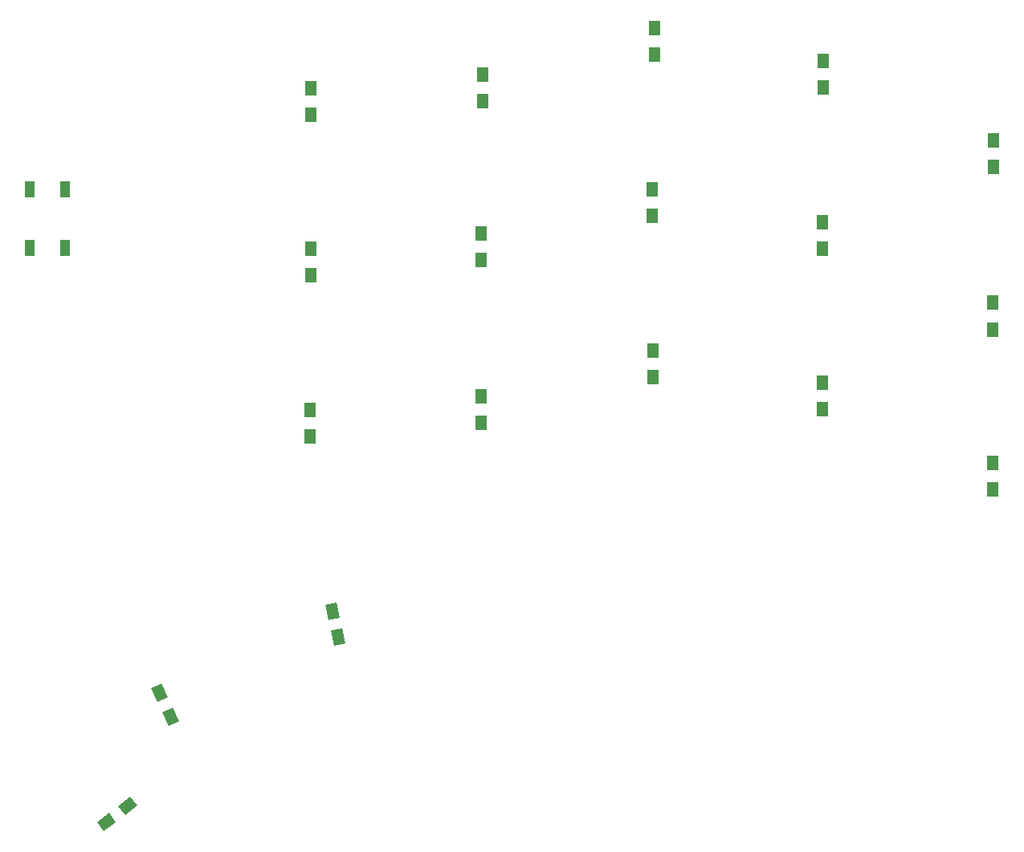
<source format=gbr>
%TF.GenerationSoftware,KiCad,Pcbnew,(5.1.10)-1*%
%TF.CreationDate,2021-07-28T09:06:05+05:30*%
%TF.ProjectId,Pteron36v0,50746572-6f6e-4333-9676-302e6b696361,rev?*%
%TF.SameCoordinates,Original*%
%TF.FileFunction,Paste,Bot*%
%TF.FilePolarity,Positive*%
%FSLAX46Y46*%
G04 Gerber Fmt 4.6, Leading zero omitted, Abs format (unit mm)*
G04 Created by KiCad (PCBNEW (5.1.10)-1) date 2021-07-28 09:06:05*
%MOMM*%
%LPD*%
G01*
G04 APERTURE LIST*
%ADD10R,1.100000X1.800000*%
%ADD11R,1.200000X1.600000*%
%ADD12C,0.100000*%
G04 APERTURE END LIST*
D10*
%TO.C,RST2*%
X123753000Y-65988000D03*
X123753000Y-72188000D03*
X127453000Y-65988000D03*
X127453000Y-72188000D03*
%TD*%
D11*
%TO.C,D28*%
X153289000Y-92078000D03*
X153289000Y-89278000D03*
%TD*%
%TO.C,D27*%
X153416000Y-72260000D03*
X153416000Y-75060000D03*
%TD*%
%TO.C,D26*%
X153416000Y-58169000D03*
X153416000Y-55369000D03*
%TD*%
%TO.C,D24*%
X171382000Y-90652330D03*
X171382000Y-87852330D03*
%TD*%
%TO.C,D23*%
X171382000Y-70707330D03*
X171382000Y-73507330D03*
%TD*%
%TO.C,D22*%
X171509000Y-56743330D03*
X171509000Y-53943330D03*
%TD*%
D12*
%TO.C,D20*%
G36*
X133810269Y-132063755D02*
G01*
X133079755Y-131111731D01*
X134349121Y-130137713D01*
X135079635Y-131089737D01*
X133810269Y-132063755D01*
G37*
G36*
X131588879Y-133768287D02*
G01*
X130858365Y-132816263D01*
X132127731Y-131842245D01*
X132858245Y-132794269D01*
X131588879Y-133768287D01*
G37*
%TD*%
D11*
%TO.C,D19*%
X189475000Y-85806664D03*
X189475000Y-83006664D03*
%TD*%
%TO.C,D18*%
X189348000Y-68788664D03*
X189348000Y-65988664D03*
%TD*%
%TO.C,D17*%
X189602000Y-51770664D03*
X189602000Y-48970664D03*
%TD*%
D12*
%TO.C,D15*%
G36*
X137709787Y-121213966D02*
G01*
X138797356Y-120706824D01*
X139473545Y-122156916D01*
X138385976Y-122664058D01*
X137709787Y-121213966D01*
G37*
G36*
X136526455Y-118676304D02*
G01*
X137614024Y-118169162D01*
X138290213Y-119619254D01*
X137202644Y-120126396D01*
X136526455Y-118676304D01*
G37*
%TD*%
D11*
%TO.C,D14*%
X207314000Y-89215998D03*
X207314000Y-86415998D03*
%TD*%
%TO.C,D13*%
X207314000Y-72324998D03*
X207314000Y-69524998D03*
%TD*%
%TO.C,D12*%
X207441000Y-55306998D03*
X207441000Y-52506998D03*
%TD*%
D12*
%TO.C,D10*%
G36*
X155544086Y-112632255D02*
G01*
X156715641Y-112372527D01*
X157061944Y-113934601D01*
X155890389Y-114194329D01*
X155544086Y-112632255D01*
G37*
G36*
X154938056Y-109898627D02*
G01*
X156109611Y-109638899D01*
X156455914Y-111200973D01*
X155284359Y-111460701D01*
X154938056Y-109898627D01*
G37*
%TD*%
D11*
%TO.C,D9*%
X225280000Y-97696328D03*
X225280000Y-94896328D03*
%TD*%
%TO.C,D8*%
X225280000Y-80805328D03*
X225280000Y-78005328D03*
%TD*%
%TO.C,D7*%
X225407000Y-63660328D03*
X225407000Y-60860328D03*
%TD*%
M02*

</source>
